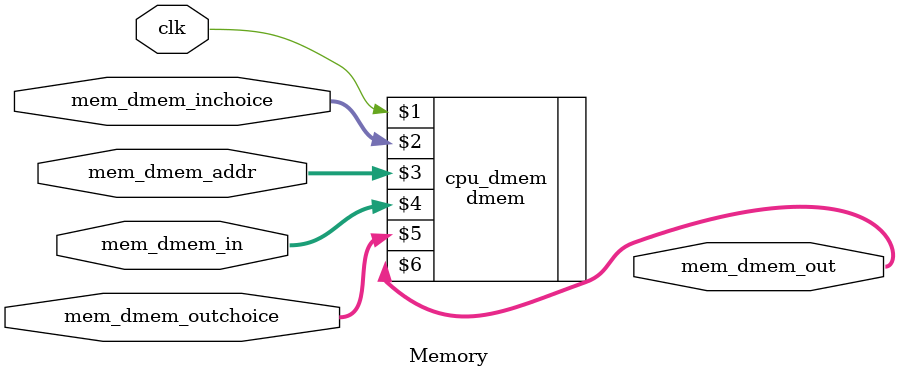
<source format=v>
`timescale 1ns / 1ps
module Memory(
    input clk,
    input [1:0] mem_dmem_inchoice,
    input [31:0] mem_dmem_addr,//ÊäÈëÊä³öÓÃÒ»¸öµØÖ·
    input [31:0] mem_dmem_in,
    input [2:0] mem_dmem_outchoice,
    output [31:0] mem_dmem_out
    );
    
    dmem cpu_dmem(
        clk,
        mem_dmem_inchoice,
        mem_dmem_addr,
        mem_dmem_in,
        mem_dmem_outchoice,
        mem_dmem_out
    );
endmodule

</source>
